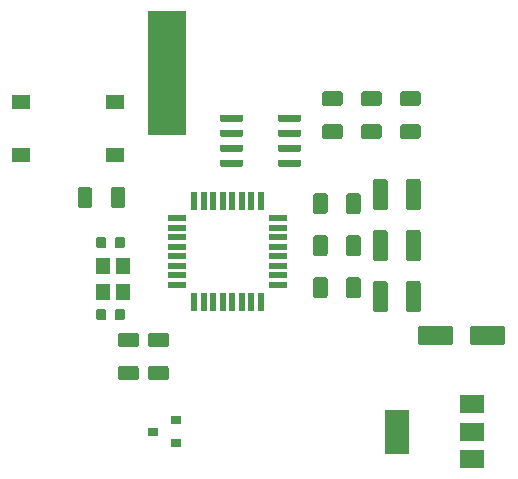
<source format=gbr>
G04 #@! TF.GenerationSoftware,KiCad,Pcbnew,5.1.5-1.fc30*
G04 #@! TF.CreationDate,2020-02-08T00:59:57+03:00*
G04 #@! TF.ProjectId,Tamagotchi-Atmega8,54616d61-676f-4746-9368-692d41746d65,rev?*
G04 #@! TF.SameCoordinates,Original*
G04 #@! TF.FileFunction,Paste,Top*
G04 #@! TF.FilePolarity,Positive*
%FSLAX46Y46*%
G04 Gerber Fmt 4.6, Leading zero omitted, Abs format (unit mm)*
G04 Created by KiCad (PCBNEW 5.1.5-1.fc30) date 2020-02-08 00:59:57*
%MOMM*%
%LPD*%
G04 APERTURE LIST*
%ADD10R,1.550000X1.300000*%
%ADD11R,3.200000X10.500000*%
%ADD12R,1.200000X1.400000*%
%ADD13C,0.100000*%
%ADD14R,0.550000X1.600000*%
%ADD15R,1.600000X0.550000*%
%ADD16R,2.000000X1.500000*%
%ADD17R,2.000000X3.800000*%
%ADD18R,0.900000X0.800000*%
G04 APERTURE END LIST*
D10*
X109817000Y-73188000D03*
X117767000Y-73188000D03*
X109817000Y-77688000D03*
X117767000Y-77688000D03*
D11*
X122174000Y-70752000D03*
D12*
X116752000Y-89238000D03*
X116752000Y-87038000D03*
X118452000Y-87038000D03*
X118452000Y-89238000D03*
D13*
G36*
X133362703Y-74249722D02*
G01*
X133377264Y-74251882D01*
X133391543Y-74255459D01*
X133405403Y-74260418D01*
X133418710Y-74266712D01*
X133431336Y-74274280D01*
X133443159Y-74283048D01*
X133454066Y-74292934D01*
X133463952Y-74303841D01*
X133472720Y-74315664D01*
X133480288Y-74328290D01*
X133486582Y-74341597D01*
X133491541Y-74355457D01*
X133495118Y-74369736D01*
X133497278Y-74384297D01*
X133498000Y-74399000D01*
X133498000Y-74699000D01*
X133497278Y-74713703D01*
X133495118Y-74728264D01*
X133491541Y-74742543D01*
X133486582Y-74756403D01*
X133480288Y-74769710D01*
X133472720Y-74782336D01*
X133463952Y-74794159D01*
X133454066Y-74805066D01*
X133443159Y-74814952D01*
X133431336Y-74823720D01*
X133418710Y-74831288D01*
X133405403Y-74837582D01*
X133391543Y-74842541D01*
X133377264Y-74846118D01*
X133362703Y-74848278D01*
X133348000Y-74849000D01*
X131698000Y-74849000D01*
X131683297Y-74848278D01*
X131668736Y-74846118D01*
X131654457Y-74842541D01*
X131640597Y-74837582D01*
X131627290Y-74831288D01*
X131614664Y-74823720D01*
X131602841Y-74814952D01*
X131591934Y-74805066D01*
X131582048Y-74794159D01*
X131573280Y-74782336D01*
X131565712Y-74769710D01*
X131559418Y-74756403D01*
X131554459Y-74742543D01*
X131550882Y-74728264D01*
X131548722Y-74713703D01*
X131548000Y-74699000D01*
X131548000Y-74399000D01*
X131548722Y-74384297D01*
X131550882Y-74369736D01*
X131554459Y-74355457D01*
X131559418Y-74341597D01*
X131565712Y-74328290D01*
X131573280Y-74315664D01*
X131582048Y-74303841D01*
X131591934Y-74292934D01*
X131602841Y-74283048D01*
X131614664Y-74274280D01*
X131627290Y-74266712D01*
X131640597Y-74260418D01*
X131654457Y-74255459D01*
X131668736Y-74251882D01*
X131683297Y-74249722D01*
X131698000Y-74249000D01*
X133348000Y-74249000D01*
X133362703Y-74249722D01*
G37*
G36*
X133362703Y-75519722D02*
G01*
X133377264Y-75521882D01*
X133391543Y-75525459D01*
X133405403Y-75530418D01*
X133418710Y-75536712D01*
X133431336Y-75544280D01*
X133443159Y-75553048D01*
X133454066Y-75562934D01*
X133463952Y-75573841D01*
X133472720Y-75585664D01*
X133480288Y-75598290D01*
X133486582Y-75611597D01*
X133491541Y-75625457D01*
X133495118Y-75639736D01*
X133497278Y-75654297D01*
X133498000Y-75669000D01*
X133498000Y-75969000D01*
X133497278Y-75983703D01*
X133495118Y-75998264D01*
X133491541Y-76012543D01*
X133486582Y-76026403D01*
X133480288Y-76039710D01*
X133472720Y-76052336D01*
X133463952Y-76064159D01*
X133454066Y-76075066D01*
X133443159Y-76084952D01*
X133431336Y-76093720D01*
X133418710Y-76101288D01*
X133405403Y-76107582D01*
X133391543Y-76112541D01*
X133377264Y-76116118D01*
X133362703Y-76118278D01*
X133348000Y-76119000D01*
X131698000Y-76119000D01*
X131683297Y-76118278D01*
X131668736Y-76116118D01*
X131654457Y-76112541D01*
X131640597Y-76107582D01*
X131627290Y-76101288D01*
X131614664Y-76093720D01*
X131602841Y-76084952D01*
X131591934Y-76075066D01*
X131582048Y-76064159D01*
X131573280Y-76052336D01*
X131565712Y-76039710D01*
X131559418Y-76026403D01*
X131554459Y-76012543D01*
X131550882Y-75998264D01*
X131548722Y-75983703D01*
X131548000Y-75969000D01*
X131548000Y-75669000D01*
X131548722Y-75654297D01*
X131550882Y-75639736D01*
X131554459Y-75625457D01*
X131559418Y-75611597D01*
X131565712Y-75598290D01*
X131573280Y-75585664D01*
X131582048Y-75573841D01*
X131591934Y-75562934D01*
X131602841Y-75553048D01*
X131614664Y-75544280D01*
X131627290Y-75536712D01*
X131640597Y-75530418D01*
X131654457Y-75525459D01*
X131668736Y-75521882D01*
X131683297Y-75519722D01*
X131698000Y-75519000D01*
X133348000Y-75519000D01*
X133362703Y-75519722D01*
G37*
G36*
X133362703Y-76789722D02*
G01*
X133377264Y-76791882D01*
X133391543Y-76795459D01*
X133405403Y-76800418D01*
X133418710Y-76806712D01*
X133431336Y-76814280D01*
X133443159Y-76823048D01*
X133454066Y-76832934D01*
X133463952Y-76843841D01*
X133472720Y-76855664D01*
X133480288Y-76868290D01*
X133486582Y-76881597D01*
X133491541Y-76895457D01*
X133495118Y-76909736D01*
X133497278Y-76924297D01*
X133498000Y-76939000D01*
X133498000Y-77239000D01*
X133497278Y-77253703D01*
X133495118Y-77268264D01*
X133491541Y-77282543D01*
X133486582Y-77296403D01*
X133480288Y-77309710D01*
X133472720Y-77322336D01*
X133463952Y-77334159D01*
X133454066Y-77345066D01*
X133443159Y-77354952D01*
X133431336Y-77363720D01*
X133418710Y-77371288D01*
X133405403Y-77377582D01*
X133391543Y-77382541D01*
X133377264Y-77386118D01*
X133362703Y-77388278D01*
X133348000Y-77389000D01*
X131698000Y-77389000D01*
X131683297Y-77388278D01*
X131668736Y-77386118D01*
X131654457Y-77382541D01*
X131640597Y-77377582D01*
X131627290Y-77371288D01*
X131614664Y-77363720D01*
X131602841Y-77354952D01*
X131591934Y-77345066D01*
X131582048Y-77334159D01*
X131573280Y-77322336D01*
X131565712Y-77309710D01*
X131559418Y-77296403D01*
X131554459Y-77282543D01*
X131550882Y-77268264D01*
X131548722Y-77253703D01*
X131548000Y-77239000D01*
X131548000Y-76939000D01*
X131548722Y-76924297D01*
X131550882Y-76909736D01*
X131554459Y-76895457D01*
X131559418Y-76881597D01*
X131565712Y-76868290D01*
X131573280Y-76855664D01*
X131582048Y-76843841D01*
X131591934Y-76832934D01*
X131602841Y-76823048D01*
X131614664Y-76814280D01*
X131627290Y-76806712D01*
X131640597Y-76800418D01*
X131654457Y-76795459D01*
X131668736Y-76791882D01*
X131683297Y-76789722D01*
X131698000Y-76789000D01*
X133348000Y-76789000D01*
X133362703Y-76789722D01*
G37*
G36*
X133362703Y-78059722D02*
G01*
X133377264Y-78061882D01*
X133391543Y-78065459D01*
X133405403Y-78070418D01*
X133418710Y-78076712D01*
X133431336Y-78084280D01*
X133443159Y-78093048D01*
X133454066Y-78102934D01*
X133463952Y-78113841D01*
X133472720Y-78125664D01*
X133480288Y-78138290D01*
X133486582Y-78151597D01*
X133491541Y-78165457D01*
X133495118Y-78179736D01*
X133497278Y-78194297D01*
X133498000Y-78209000D01*
X133498000Y-78509000D01*
X133497278Y-78523703D01*
X133495118Y-78538264D01*
X133491541Y-78552543D01*
X133486582Y-78566403D01*
X133480288Y-78579710D01*
X133472720Y-78592336D01*
X133463952Y-78604159D01*
X133454066Y-78615066D01*
X133443159Y-78624952D01*
X133431336Y-78633720D01*
X133418710Y-78641288D01*
X133405403Y-78647582D01*
X133391543Y-78652541D01*
X133377264Y-78656118D01*
X133362703Y-78658278D01*
X133348000Y-78659000D01*
X131698000Y-78659000D01*
X131683297Y-78658278D01*
X131668736Y-78656118D01*
X131654457Y-78652541D01*
X131640597Y-78647582D01*
X131627290Y-78641288D01*
X131614664Y-78633720D01*
X131602841Y-78624952D01*
X131591934Y-78615066D01*
X131582048Y-78604159D01*
X131573280Y-78592336D01*
X131565712Y-78579710D01*
X131559418Y-78566403D01*
X131554459Y-78552543D01*
X131550882Y-78538264D01*
X131548722Y-78523703D01*
X131548000Y-78509000D01*
X131548000Y-78209000D01*
X131548722Y-78194297D01*
X131550882Y-78179736D01*
X131554459Y-78165457D01*
X131559418Y-78151597D01*
X131565712Y-78138290D01*
X131573280Y-78125664D01*
X131582048Y-78113841D01*
X131591934Y-78102934D01*
X131602841Y-78093048D01*
X131614664Y-78084280D01*
X131627290Y-78076712D01*
X131640597Y-78070418D01*
X131654457Y-78065459D01*
X131668736Y-78061882D01*
X131683297Y-78059722D01*
X131698000Y-78059000D01*
X133348000Y-78059000D01*
X133362703Y-78059722D01*
G37*
G36*
X128412703Y-78059722D02*
G01*
X128427264Y-78061882D01*
X128441543Y-78065459D01*
X128455403Y-78070418D01*
X128468710Y-78076712D01*
X128481336Y-78084280D01*
X128493159Y-78093048D01*
X128504066Y-78102934D01*
X128513952Y-78113841D01*
X128522720Y-78125664D01*
X128530288Y-78138290D01*
X128536582Y-78151597D01*
X128541541Y-78165457D01*
X128545118Y-78179736D01*
X128547278Y-78194297D01*
X128548000Y-78209000D01*
X128548000Y-78509000D01*
X128547278Y-78523703D01*
X128545118Y-78538264D01*
X128541541Y-78552543D01*
X128536582Y-78566403D01*
X128530288Y-78579710D01*
X128522720Y-78592336D01*
X128513952Y-78604159D01*
X128504066Y-78615066D01*
X128493159Y-78624952D01*
X128481336Y-78633720D01*
X128468710Y-78641288D01*
X128455403Y-78647582D01*
X128441543Y-78652541D01*
X128427264Y-78656118D01*
X128412703Y-78658278D01*
X128398000Y-78659000D01*
X126748000Y-78659000D01*
X126733297Y-78658278D01*
X126718736Y-78656118D01*
X126704457Y-78652541D01*
X126690597Y-78647582D01*
X126677290Y-78641288D01*
X126664664Y-78633720D01*
X126652841Y-78624952D01*
X126641934Y-78615066D01*
X126632048Y-78604159D01*
X126623280Y-78592336D01*
X126615712Y-78579710D01*
X126609418Y-78566403D01*
X126604459Y-78552543D01*
X126600882Y-78538264D01*
X126598722Y-78523703D01*
X126598000Y-78509000D01*
X126598000Y-78209000D01*
X126598722Y-78194297D01*
X126600882Y-78179736D01*
X126604459Y-78165457D01*
X126609418Y-78151597D01*
X126615712Y-78138290D01*
X126623280Y-78125664D01*
X126632048Y-78113841D01*
X126641934Y-78102934D01*
X126652841Y-78093048D01*
X126664664Y-78084280D01*
X126677290Y-78076712D01*
X126690597Y-78070418D01*
X126704457Y-78065459D01*
X126718736Y-78061882D01*
X126733297Y-78059722D01*
X126748000Y-78059000D01*
X128398000Y-78059000D01*
X128412703Y-78059722D01*
G37*
G36*
X128412703Y-76789722D02*
G01*
X128427264Y-76791882D01*
X128441543Y-76795459D01*
X128455403Y-76800418D01*
X128468710Y-76806712D01*
X128481336Y-76814280D01*
X128493159Y-76823048D01*
X128504066Y-76832934D01*
X128513952Y-76843841D01*
X128522720Y-76855664D01*
X128530288Y-76868290D01*
X128536582Y-76881597D01*
X128541541Y-76895457D01*
X128545118Y-76909736D01*
X128547278Y-76924297D01*
X128548000Y-76939000D01*
X128548000Y-77239000D01*
X128547278Y-77253703D01*
X128545118Y-77268264D01*
X128541541Y-77282543D01*
X128536582Y-77296403D01*
X128530288Y-77309710D01*
X128522720Y-77322336D01*
X128513952Y-77334159D01*
X128504066Y-77345066D01*
X128493159Y-77354952D01*
X128481336Y-77363720D01*
X128468710Y-77371288D01*
X128455403Y-77377582D01*
X128441543Y-77382541D01*
X128427264Y-77386118D01*
X128412703Y-77388278D01*
X128398000Y-77389000D01*
X126748000Y-77389000D01*
X126733297Y-77388278D01*
X126718736Y-77386118D01*
X126704457Y-77382541D01*
X126690597Y-77377582D01*
X126677290Y-77371288D01*
X126664664Y-77363720D01*
X126652841Y-77354952D01*
X126641934Y-77345066D01*
X126632048Y-77334159D01*
X126623280Y-77322336D01*
X126615712Y-77309710D01*
X126609418Y-77296403D01*
X126604459Y-77282543D01*
X126600882Y-77268264D01*
X126598722Y-77253703D01*
X126598000Y-77239000D01*
X126598000Y-76939000D01*
X126598722Y-76924297D01*
X126600882Y-76909736D01*
X126604459Y-76895457D01*
X126609418Y-76881597D01*
X126615712Y-76868290D01*
X126623280Y-76855664D01*
X126632048Y-76843841D01*
X126641934Y-76832934D01*
X126652841Y-76823048D01*
X126664664Y-76814280D01*
X126677290Y-76806712D01*
X126690597Y-76800418D01*
X126704457Y-76795459D01*
X126718736Y-76791882D01*
X126733297Y-76789722D01*
X126748000Y-76789000D01*
X128398000Y-76789000D01*
X128412703Y-76789722D01*
G37*
G36*
X128412703Y-75519722D02*
G01*
X128427264Y-75521882D01*
X128441543Y-75525459D01*
X128455403Y-75530418D01*
X128468710Y-75536712D01*
X128481336Y-75544280D01*
X128493159Y-75553048D01*
X128504066Y-75562934D01*
X128513952Y-75573841D01*
X128522720Y-75585664D01*
X128530288Y-75598290D01*
X128536582Y-75611597D01*
X128541541Y-75625457D01*
X128545118Y-75639736D01*
X128547278Y-75654297D01*
X128548000Y-75669000D01*
X128548000Y-75969000D01*
X128547278Y-75983703D01*
X128545118Y-75998264D01*
X128541541Y-76012543D01*
X128536582Y-76026403D01*
X128530288Y-76039710D01*
X128522720Y-76052336D01*
X128513952Y-76064159D01*
X128504066Y-76075066D01*
X128493159Y-76084952D01*
X128481336Y-76093720D01*
X128468710Y-76101288D01*
X128455403Y-76107582D01*
X128441543Y-76112541D01*
X128427264Y-76116118D01*
X128412703Y-76118278D01*
X128398000Y-76119000D01*
X126748000Y-76119000D01*
X126733297Y-76118278D01*
X126718736Y-76116118D01*
X126704457Y-76112541D01*
X126690597Y-76107582D01*
X126677290Y-76101288D01*
X126664664Y-76093720D01*
X126652841Y-76084952D01*
X126641934Y-76075066D01*
X126632048Y-76064159D01*
X126623280Y-76052336D01*
X126615712Y-76039710D01*
X126609418Y-76026403D01*
X126604459Y-76012543D01*
X126600882Y-75998264D01*
X126598722Y-75983703D01*
X126598000Y-75969000D01*
X126598000Y-75669000D01*
X126598722Y-75654297D01*
X126600882Y-75639736D01*
X126604459Y-75625457D01*
X126609418Y-75611597D01*
X126615712Y-75598290D01*
X126623280Y-75585664D01*
X126632048Y-75573841D01*
X126641934Y-75562934D01*
X126652841Y-75553048D01*
X126664664Y-75544280D01*
X126677290Y-75536712D01*
X126690597Y-75530418D01*
X126704457Y-75525459D01*
X126718736Y-75521882D01*
X126733297Y-75519722D01*
X126748000Y-75519000D01*
X128398000Y-75519000D01*
X128412703Y-75519722D01*
G37*
G36*
X128412703Y-74249722D02*
G01*
X128427264Y-74251882D01*
X128441543Y-74255459D01*
X128455403Y-74260418D01*
X128468710Y-74266712D01*
X128481336Y-74274280D01*
X128493159Y-74283048D01*
X128504066Y-74292934D01*
X128513952Y-74303841D01*
X128522720Y-74315664D01*
X128530288Y-74328290D01*
X128536582Y-74341597D01*
X128541541Y-74355457D01*
X128545118Y-74369736D01*
X128547278Y-74384297D01*
X128548000Y-74399000D01*
X128548000Y-74699000D01*
X128547278Y-74713703D01*
X128545118Y-74728264D01*
X128541541Y-74742543D01*
X128536582Y-74756403D01*
X128530288Y-74769710D01*
X128522720Y-74782336D01*
X128513952Y-74794159D01*
X128504066Y-74805066D01*
X128493159Y-74814952D01*
X128481336Y-74823720D01*
X128468710Y-74831288D01*
X128455403Y-74837582D01*
X128441543Y-74842541D01*
X128427264Y-74846118D01*
X128412703Y-74848278D01*
X128398000Y-74849000D01*
X126748000Y-74849000D01*
X126733297Y-74848278D01*
X126718736Y-74846118D01*
X126704457Y-74842541D01*
X126690597Y-74837582D01*
X126677290Y-74831288D01*
X126664664Y-74823720D01*
X126652841Y-74814952D01*
X126641934Y-74805066D01*
X126632048Y-74794159D01*
X126623280Y-74782336D01*
X126615712Y-74769710D01*
X126609418Y-74756403D01*
X126604459Y-74742543D01*
X126600882Y-74728264D01*
X126598722Y-74713703D01*
X126598000Y-74699000D01*
X126598000Y-74399000D01*
X126598722Y-74384297D01*
X126600882Y-74369736D01*
X126604459Y-74355457D01*
X126609418Y-74341597D01*
X126615712Y-74328290D01*
X126623280Y-74315664D01*
X126632048Y-74303841D01*
X126641934Y-74292934D01*
X126652841Y-74283048D01*
X126664664Y-74274280D01*
X126677290Y-74266712D01*
X126690597Y-74260418D01*
X126704457Y-74255459D01*
X126718736Y-74251882D01*
X126733297Y-74249722D01*
X126748000Y-74249000D01*
X128398000Y-74249000D01*
X128412703Y-74249722D01*
G37*
D14*
X124454000Y-81602000D03*
X125254000Y-81602000D03*
X126054000Y-81602000D03*
X126854000Y-81602000D03*
X127654000Y-81602000D03*
X128454000Y-81602000D03*
X129254000Y-81602000D03*
X130054000Y-81602000D03*
D15*
X131504000Y-83052000D03*
X131504000Y-83852000D03*
X131504000Y-84652000D03*
X131504000Y-85452000D03*
X131504000Y-86252000D03*
X131504000Y-87052000D03*
X131504000Y-87852000D03*
X131504000Y-88652000D03*
D14*
X130054000Y-90102000D03*
X129254000Y-90102000D03*
X128454000Y-90102000D03*
X127654000Y-90102000D03*
X126854000Y-90102000D03*
X126054000Y-90102000D03*
X125254000Y-90102000D03*
X124454000Y-90102000D03*
D15*
X123004000Y-88652000D03*
X123004000Y-87852000D03*
X123004000Y-87052000D03*
X123004000Y-86252000D03*
X123004000Y-85452000D03*
X123004000Y-84652000D03*
X123004000Y-83852000D03*
X123004000Y-83052000D03*
D16*
X147930000Y-103392000D03*
X147930000Y-98792000D03*
X147930000Y-101092000D03*
D17*
X141630000Y-101092000D03*
D13*
G36*
X136793504Y-75074204D02*
G01*
X136817773Y-75077804D01*
X136841571Y-75083765D01*
X136864671Y-75092030D01*
X136886849Y-75102520D01*
X136907893Y-75115133D01*
X136927598Y-75129747D01*
X136945777Y-75146223D01*
X136962253Y-75164402D01*
X136976867Y-75184107D01*
X136989480Y-75205151D01*
X136999970Y-75227329D01*
X137008235Y-75250429D01*
X137014196Y-75274227D01*
X137017796Y-75298496D01*
X137019000Y-75323000D01*
X137019000Y-76073000D01*
X137017796Y-76097504D01*
X137014196Y-76121773D01*
X137008235Y-76145571D01*
X136999970Y-76168671D01*
X136989480Y-76190849D01*
X136976867Y-76211893D01*
X136962253Y-76231598D01*
X136945777Y-76249777D01*
X136927598Y-76266253D01*
X136907893Y-76280867D01*
X136886849Y-76293480D01*
X136864671Y-76303970D01*
X136841571Y-76312235D01*
X136817773Y-76318196D01*
X136793504Y-76321796D01*
X136769000Y-76323000D01*
X135519000Y-76323000D01*
X135494496Y-76321796D01*
X135470227Y-76318196D01*
X135446429Y-76312235D01*
X135423329Y-76303970D01*
X135401151Y-76293480D01*
X135380107Y-76280867D01*
X135360402Y-76266253D01*
X135342223Y-76249777D01*
X135325747Y-76231598D01*
X135311133Y-76211893D01*
X135298520Y-76190849D01*
X135288030Y-76168671D01*
X135279765Y-76145571D01*
X135273804Y-76121773D01*
X135270204Y-76097504D01*
X135269000Y-76073000D01*
X135269000Y-75323000D01*
X135270204Y-75298496D01*
X135273804Y-75274227D01*
X135279765Y-75250429D01*
X135288030Y-75227329D01*
X135298520Y-75205151D01*
X135311133Y-75184107D01*
X135325747Y-75164402D01*
X135342223Y-75146223D01*
X135360402Y-75129747D01*
X135380107Y-75115133D01*
X135401151Y-75102520D01*
X135423329Y-75092030D01*
X135446429Y-75083765D01*
X135470227Y-75077804D01*
X135494496Y-75074204D01*
X135519000Y-75073000D01*
X136769000Y-75073000D01*
X136793504Y-75074204D01*
G37*
G36*
X136793504Y-72274204D02*
G01*
X136817773Y-72277804D01*
X136841571Y-72283765D01*
X136864671Y-72292030D01*
X136886849Y-72302520D01*
X136907893Y-72315133D01*
X136927598Y-72329747D01*
X136945777Y-72346223D01*
X136962253Y-72364402D01*
X136976867Y-72384107D01*
X136989480Y-72405151D01*
X136999970Y-72427329D01*
X137008235Y-72450429D01*
X137014196Y-72474227D01*
X137017796Y-72498496D01*
X137019000Y-72523000D01*
X137019000Y-73273000D01*
X137017796Y-73297504D01*
X137014196Y-73321773D01*
X137008235Y-73345571D01*
X136999970Y-73368671D01*
X136989480Y-73390849D01*
X136976867Y-73411893D01*
X136962253Y-73431598D01*
X136945777Y-73449777D01*
X136927598Y-73466253D01*
X136907893Y-73480867D01*
X136886849Y-73493480D01*
X136864671Y-73503970D01*
X136841571Y-73512235D01*
X136817773Y-73518196D01*
X136793504Y-73521796D01*
X136769000Y-73523000D01*
X135519000Y-73523000D01*
X135494496Y-73521796D01*
X135470227Y-73518196D01*
X135446429Y-73512235D01*
X135423329Y-73503970D01*
X135401151Y-73493480D01*
X135380107Y-73480867D01*
X135360402Y-73466253D01*
X135342223Y-73449777D01*
X135325747Y-73431598D01*
X135311133Y-73411893D01*
X135298520Y-73390849D01*
X135288030Y-73368671D01*
X135279765Y-73345571D01*
X135273804Y-73321773D01*
X135270204Y-73297504D01*
X135269000Y-73273000D01*
X135269000Y-72523000D01*
X135270204Y-72498496D01*
X135273804Y-72474227D01*
X135279765Y-72450429D01*
X135288030Y-72427329D01*
X135298520Y-72405151D01*
X135311133Y-72384107D01*
X135325747Y-72364402D01*
X135342223Y-72346223D01*
X135360402Y-72329747D01*
X135380107Y-72315133D01*
X135401151Y-72302520D01*
X135423329Y-72292030D01*
X135446429Y-72283765D01*
X135470227Y-72277804D01*
X135494496Y-72274204D01*
X135519000Y-72273000D01*
X136769000Y-72273000D01*
X136793504Y-72274204D01*
G37*
G36*
X138321504Y-80914204D02*
G01*
X138345773Y-80917804D01*
X138369571Y-80923765D01*
X138392671Y-80932030D01*
X138414849Y-80942520D01*
X138435893Y-80955133D01*
X138455598Y-80969747D01*
X138473777Y-80986223D01*
X138490253Y-81004402D01*
X138504867Y-81024107D01*
X138517480Y-81045151D01*
X138527970Y-81067329D01*
X138536235Y-81090429D01*
X138542196Y-81114227D01*
X138545796Y-81138496D01*
X138547000Y-81163000D01*
X138547000Y-82413000D01*
X138545796Y-82437504D01*
X138542196Y-82461773D01*
X138536235Y-82485571D01*
X138527970Y-82508671D01*
X138517480Y-82530849D01*
X138504867Y-82551893D01*
X138490253Y-82571598D01*
X138473777Y-82589777D01*
X138455598Y-82606253D01*
X138435893Y-82620867D01*
X138414849Y-82633480D01*
X138392671Y-82643970D01*
X138369571Y-82652235D01*
X138345773Y-82658196D01*
X138321504Y-82661796D01*
X138297000Y-82663000D01*
X137547000Y-82663000D01*
X137522496Y-82661796D01*
X137498227Y-82658196D01*
X137474429Y-82652235D01*
X137451329Y-82643970D01*
X137429151Y-82633480D01*
X137408107Y-82620867D01*
X137388402Y-82606253D01*
X137370223Y-82589777D01*
X137353747Y-82571598D01*
X137339133Y-82551893D01*
X137326520Y-82530849D01*
X137316030Y-82508671D01*
X137307765Y-82485571D01*
X137301804Y-82461773D01*
X137298204Y-82437504D01*
X137297000Y-82413000D01*
X137297000Y-81163000D01*
X137298204Y-81138496D01*
X137301804Y-81114227D01*
X137307765Y-81090429D01*
X137316030Y-81067329D01*
X137326520Y-81045151D01*
X137339133Y-81024107D01*
X137353747Y-81004402D01*
X137370223Y-80986223D01*
X137388402Y-80969747D01*
X137408107Y-80955133D01*
X137429151Y-80942520D01*
X137451329Y-80932030D01*
X137474429Y-80923765D01*
X137498227Y-80917804D01*
X137522496Y-80914204D01*
X137547000Y-80913000D01*
X138297000Y-80913000D01*
X138321504Y-80914204D01*
G37*
G36*
X135521504Y-80914204D02*
G01*
X135545773Y-80917804D01*
X135569571Y-80923765D01*
X135592671Y-80932030D01*
X135614849Y-80942520D01*
X135635893Y-80955133D01*
X135655598Y-80969747D01*
X135673777Y-80986223D01*
X135690253Y-81004402D01*
X135704867Y-81024107D01*
X135717480Y-81045151D01*
X135727970Y-81067329D01*
X135736235Y-81090429D01*
X135742196Y-81114227D01*
X135745796Y-81138496D01*
X135747000Y-81163000D01*
X135747000Y-82413000D01*
X135745796Y-82437504D01*
X135742196Y-82461773D01*
X135736235Y-82485571D01*
X135727970Y-82508671D01*
X135717480Y-82530849D01*
X135704867Y-82551893D01*
X135690253Y-82571598D01*
X135673777Y-82589777D01*
X135655598Y-82606253D01*
X135635893Y-82620867D01*
X135614849Y-82633480D01*
X135592671Y-82643970D01*
X135569571Y-82652235D01*
X135545773Y-82658196D01*
X135521504Y-82661796D01*
X135497000Y-82663000D01*
X134747000Y-82663000D01*
X134722496Y-82661796D01*
X134698227Y-82658196D01*
X134674429Y-82652235D01*
X134651329Y-82643970D01*
X134629151Y-82633480D01*
X134608107Y-82620867D01*
X134588402Y-82606253D01*
X134570223Y-82589777D01*
X134553747Y-82571598D01*
X134539133Y-82551893D01*
X134526520Y-82530849D01*
X134516030Y-82508671D01*
X134507765Y-82485571D01*
X134501804Y-82461773D01*
X134498204Y-82437504D01*
X134497000Y-82413000D01*
X134497000Y-81163000D01*
X134498204Y-81138496D01*
X134501804Y-81114227D01*
X134507765Y-81090429D01*
X134516030Y-81067329D01*
X134526520Y-81045151D01*
X134539133Y-81024107D01*
X134553747Y-81004402D01*
X134570223Y-80986223D01*
X134588402Y-80969747D01*
X134608107Y-80955133D01*
X134629151Y-80942520D01*
X134651329Y-80932030D01*
X134674429Y-80923765D01*
X134698227Y-80917804D01*
X134722496Y-80914204D01*
X134747000Y-80913000D01*
X135497000Y-80913000D01*
X135521504Y-80914204D01*
G37*
G36*
X138327504Y-84470204D02*
G01*
X138351773Y-84473804D01*
X138375571Y-84479765D01*
X138398671Y-84488030D01*
X138420849Y-84498520D01*
X138441893Y-84511133D01*
X138461598Y-84525747D01*
X138479777Y-84542223D01*
X138496253Y-84560402D01*
X138510867Y-84580107D01*
X138523480Y-84601151D01*
X138533970Y-84623329D01*
X138542235Y-84646429D01*
X138548196Y-84670227D01*
X138551796Y-84694496D01*
X138553000Y-84719000D01*
X138553000Y-85969000D01*
X138551796Y-85993504D01*
X138548196Y-86017773D01*
X138542235Y-86041571D01*
X138533970Y-86064671D01*
X138523480Y-86086849D01*
X138510867Y-86107893D01*
X138496253Y-86127598D01*
X138479777Y-86145777D01*
X138461598Y-86162253D01*
X138441893Y-86176867D01*
X138420849Y-86189480D01*
X138398671Y-86199970D01*
X138375571Y-86208235D01*
X138351773Y-86214196D01*
X138327504Y-86217796D01*
X138303000Y-86219000D01*
X137553000Y-86219000D01*
X137528496Y-86217796D01*
X137504227Y-86214196D01*
X137480429Y-86208235D01*
X137457329Y-86199970D01*
X137435151Y-86189480D01*
X137414107Y-86176867D01*
X137394402Y-86162253D01*
X137376223Y-86145777D01*
X137359747Y-86127598D01*
X137345133Y-86107893D01*
X137332520Y-86086849D01*
X137322030Y-86064671D01*
X137313765Y-86041571D01*
X137307804Y-86017773D01*
X137304204Y-85993504D01*
X137303000Y-85969000D01*
X137303000Y-84719000D01*
X137304204Y-84694496D01*
X137307804Y-84670227D01*
X137313765Y-84646429D01*
X137322030Y-84623329D01*
X137332520Y-84601151D01*
X137345133Y-84580107D01*
X137359747Y-84560402D01*
X137376223Y-84542223D01*
X137394402Y-84525747D01*
X137414107Y-84511133D01*
X137435151Y-84498520D01*
X137457329Y-84488030D01*
X137480429Y-84479765D01*
X137504227Y-84473804D01*
X137528496Y-84470204D01*
X137553000Y-84469000D01*
X138303000Y-84469000D01*
X138327504Y-84470204D01*
G37*
G36*
X135527504Y-84470204D02*
G01*
X135551773Y-84473804D01*
X135575571Y-84479765D01*
X135598671Y-84488030D01*
X135620849Y-84498520D01*
X135641893Y-84511133D01*
X135661598Y-84525747D01*
X135679777Y-84542223D01*
X135696253Y-84560402D01*
X135710867Y-84580107D01*
X135723480Y-84601151D01*
X135733970Y-84623329D01*
X135742235Y-84646429D01*
X135748196Y-84670227D01*
X135751796Y-84694496D01*
X135753000Y-84719000D01*
X135753000Y-85969000D01*
X135751796Y-85993504D01*
X135748196Y-86017773D01*
X135742235Y-86041571D01*
X135733970Y-86064671D01*
X135723480Y-86086849D01*
X135710867Y-86107893D01*
X135696253Y-86127598D01*
X135679777Y-86145777D01*
X135661598Y-86162253D01*
X135641893Y-86176867D01*
X135620849Y-86189480D01*
X135598671Y-86199970D01*
X135575571Y-86208235D01*
X135551773Y-86214196D01*
X135527504Y-86217796D01*
X135503000Y-86219000D01*
X134753000Y-86219000D01*
X134728496Y-86217796D01*
X134704227Y-86214196D01*
X134680429Y-86208235D01*
X134657329Y-86199970D01*
X134635151Y-86189480D01*
X134614107Y-86176867D01*
X134594402Y-86162253D01*
X134576223Y-86145777D01*
X134559747Y-86127598D01*
X134545133Y-86107893D01*
X134532520Y-86086849D01*
X134522030Y-86064671D01*
X134513765Y-86041571D01*
X134507804Y-86017773D01*
X134504204Y-85993504D01*
X134503000Y-85969000D01*
X134503000Y-84719000D01*
X134504204Y-84694496D01*
X134507804Y-84670227D01*
X134513765Y-84646429D01*
X134522030Y-84623329D01*
X134532520Y-84601151D01*
X134545133Y-84580107D01*
X134559747Y-84560402D01*
X134576223Y-84542223D01*
X134594402Y-84525747D01*
X134614107Y-84511133D01*
X134635151Y-84498520D01*
X134657329Y-84488030D01*
X134680429Y-84479765D01*
X134704227Y-84473804D01*
X134728496Y-84470204D01*
X134753000Y-84469000D01*
X135503000Y-84469000D01*
X135527504Y-84470204D01*
G37*
G36*
X138327504Y-88026204D02*
G01*
X138351773Y-88029804D01*
X138375571Y-88035765D01*
X138398671Y-88044030D01*
X138420849Y-88054520D01*
X138441893Y-88067133D01*
X138461598Y-88081747D01*
X138479777Y-88098223D01*
X138496253Y-88116402D01*
X138510867Y-88136107D01*
X138523480Y-88157151D01*
X138533970Y-88179329D01*
X138542235Y-88202429D01*
X138548196Y-88226227D01*
X138551796Y-88250496D01*
X138553000Y-88275000D01*
X138553000Y-89525000D01*
X138551796Y-89549504D01*
X138548196Y-89573773D01*
X138542235Y-89597571D01*
X138533970Y-89620671D01*
X138523480Y-89642849D01*
X138510867Y-89663893D01*
X138496253Y-89683598D01*
X138479777Y-89701777D01*
X138461598Y-89718253D01*
X138441893Y-89732867D01*
X138420849Y-89745480D01*
X138398671Y-89755970D01*
X138375571Y-89764235D01*
X138351773Y-89770196D01*
X138327504Y-89773796D01*
X138303000Y-89775000D01*
X137553000Y-89775000D01*
X137528496Y-89773796D01*
X137504227Y-89770196D01*
X137480429Y-89764235D01*
X137457329Y-89755970D01*
X137435151Y-89745480D01*
X137414107Y-89732867D01*
X137394402Y-89718253D01*
X137376223Y-89701777D01*
X137359747Y-89683598D01*
X137345133Y-89663893D01*
X137332520Y-89642849D01*
X137322030Y-89620671D01*
X137313765Y-89597571D01*
X137307804Y-89573773D01*
X137304204Y-89549504D01*
X137303000Y-89525000D01*
X137303000Y-88275000D01*
X137304204Y-88250496D01*
X137307804Y-88226227D01*
X137313765Y-88202429D01*
X137322030Y-88179329D01*
X137332520Y-88157151D01*
X137345133Y-88136107D01*
X137359747Y-88116402D01*
X137376223Y-88098223D01*
X137394402Y-88081747D01*
X137414107Y-88067133D01*
X137435151Y-88054520D01*
X137457329Y-88044030D01*
X137480429Y-88035765D01*
X137504227Y-88029804D01*
X137528496Y-88026204D01*
X137553000Y-88025000D01*
X138303000Y-88025000D01*
X138327504Y-88026204D01*
G37*
G36*
X135527504Y-88026204D02*
G01*
X135551773Y-88029804D01*
X135575571Y-88035765D01*
X135598671Y-88044030D01*
X135620849Y-88054520D01*
X135641893Y-88067133D01*
X135661598Y-88081747D01*
X135679777Y-88098223D01*
X135696253Y-88116402D01*
X135710867Y-88136107D01*
X135723480Y-88157151D01*
X135733970Y-88179329D01*
X135742235Y-88202429D01*
X135748196Y-88226227D01*
X135751796Y-88250496D01*
X135753000Y-88275000D01*
X135753000Y-89525000D01*
X135751796Y-89549504D01*
X135748196Y-89573773D01*
X135742235Y-89597571D01*
X135733970Y-89620671D01*
X135723480Y-89642849D01*
X135710867Y-89663893D01*
X135696253Y-89683598D01*
X135679777Y-89701777D01*
X135661598Y-89718253D01*
X135641893Y-89732867D01*
X135620849Y-89745480D01*
X135598671Y-89755970D01*
X135575571Y-89764235D01*
X135551773Y-89770196D01*
X135527504Y-89773796D01*
X135503000Y-89775000D01*
X134753000Y-89775000D01*
X134728496Y-89773796D01*
X134704227Y-89770196D01*
X134680429Y-89764235D01*
X134657329Y-89755970D01*
X134635151Y-89745480D01*
X134614107Y-89732867D01*
X134594402Y-89718253D01*
X134576223Y-89701777D01*
X134559747Y-89683598D01*
X134545133Y-89663893D01*
X134532520Y-89642849D01*
X134522030Y-89620671D01*
X134513765Y-89597571D01*
X134507804Y-89573773D01*
X134504204Y-89549504D01*
X134503000Y-89525000D01*
X134503000Y-88275000D01*
X134504204Y-88250496D01*
X134507804Y-88226227D01*
X134513765Y-88202429D01*
X134522030Y-88179329D01*
X134532520Y-88157151D01*
X134545133Y-88136107D01*
X134559747Y-88116402D01*
X134576223Y-88098223D01*
X134594402Y-88081747D01*
X134614107Y-88067133D01*
X134635151Y-88054520D01*
X134657329Y-88044030D01*
X134680429Y-88035765D01*
X134704227Y-88029804D01*
X134728496Y-88026204D01*
X134753000Y-88025000D01*
X135503000Y-88025000D01*
X135527504Y-88026204D01*
G37*
G36*
X143397504Y-75068204D02*
G01*
X143421773Y-75071804D01*
X143445571Y-75077765D01*
X143468671Y-75086030D01*
X143490849Y-75096520D01*
X143511893Y-75109133D01*
X143531598Y-75123747D01*
X143549777Y-75140223D01*
X143566253Y-75158402D01*
X143580867Y-75178107D01*
X143593480Y-75199151D01*
X143603970Y-75221329D01*
X143612235Y-75244429D01*
X143618196Y-75268227D01*
X143621796Y-75292496D01*
X143623000Y-75317000D01*
X143623000Y-76067000D01*
X143621796Y-76091504D01*
X143618196Y-76115773D01*
X143612235Y-76139571D01*
X143603970Y-76162671D01*
X143593480Y-76184849D01*
X143580867Y-76205893D01*
X143566253Y-76225598D01*
X143549777Y-76243777D01*
X143531598Y-76260253D01*
X143511893Y-76274867D01*
X143490849Y-76287480D01*
X143468671Y-76297970D01*
X143445571Y-76306235D01*
X143421773Y-76312196D01*
X143397504Y-76315796D01*
X143373000Y-76317000D01*
X142123000Y-76317000D01*
X142098496Y-76315796D01*
X142074227Y-76312196D01*
X142050429Y-76306235D01*
X142027329Y-76297970D01*
X142005151Y-76287480D01*
X141984107Y-76274867D01*
X141964402Y-76260253D01*
X141946223Y-76243777D01*
X141929747Y-76225598D01*
X141915133Y-76205893D01*
X141902520Y-76184849D01*
X141892030Y-76162671D01*
X141883765Y-76139571D01*
X141877804Y-76115773D01*
X141874204Y-76091504D01*
X141873000Y-76067000D01*
X141873000Y-75317000D01*
X141874204Y-75292496D01*
X141877804Y-75268227D01*
X141883765Y-75244429D01*
X141892030Y-75221329D01*
X141902520Y-75199151D01*
X141915133Y-75178107D01*
X141929747Y-75158402D01*
X141946223Y-75140223D01*
X141964402Y-75123747D01*
X141984107Y-75109133D01*
X142005151Y-75096520D01*
X142027329Y-75086030D01*
X142050429Y-75077765D01*
X142074227Y-75071804D01*
X142098496Y-75068204D01*
X142123000Y-75067000D01*
X143373000Y-75067000D01*
X143397504Y-75068204D01*
G37*
G36*
X143397504Y-72268204D02*
G01*
X143421773Y-72271804D01*
X143445571Y-72277765D01*
X143468671Y-72286030D01*
X143490849Y-72296520D01*
X143511893Y-72309133D01*
X143531598Y-72323747D01*
X143549777Y-72340223D01*
X143566253Y-72358402D01*
X143580867Y-72378107D01*
X143593480Y-72399151D01*
X143603970Y-72421329D01*
X143612235Y-72444429D01*
X143618196Y-72468227D01*
X143621796Y-72492496D01*
X143623000Y-72517000D01*
X143623000Y-73267000D01*
X143621796Y-73291504D01*
X143618196Y-73315773D01*
X143612235Y-73339571D01*
X143603970Y-73362671D01*
X143593480Y-73384849D01*
X143580867Y-73405893D01*
X143566253Y-73425598D01*
X143549777Y-73443777D01*
X143531598Y-73460253D01*
X143511893Y-73474867D01*
X143490849Y-73487480D01*
X143468671Y-73497970D01*
X143445571Y-73506235D01*
X143421773Y-73512196D01*
X143397504Y-73515796D01*
X143373000Y-73517000D01*
X142123000Y-73517000D01*
X142098496Y-73515796D01*
X142074227Y-73512196D01*
X142050429Y-73506235D01*
X142027329Y-73497970D01*
X142005151Y-73487480D01*
X141984107Y-73474867D01*
X141964402Y-73460253D01*
X141946223Y-73443777D01*
X141929747Y-73425598D01*
X141915133Y-73405893D01*
X141902520Y-73384849D01*
X141892030Y-73362671D01*
X141883765Y-73339571D01*
X141877804Y-73315773D01*
X141874204Y-73291504D01*
X141873000Y-73267000D01*
X141873000Y-72517000D01*
X141874204Y-72492496D01*
X141877804Y-72468227D01*
X141883765Y-72444429D01*
X141892030Y-72421329D01*
X141902520Y-72399151D01*
X141915133Y-72378107D01*
X141929747Y-72358402D01*
X141946223Y-72340223D01*
X141964402Y-72323747D01*
X141984107Y-72309133D01*
X142005151Y-72296520D01*
X142027329Y-72286030D01*
X142050429Y-72277765D01*
X142074227Y-72271804D01*
X142098496Y-72268204D01*
X142123000Y-72267000D01*
X143373000Y-72267000D01*
X143397504Y-72268204D01*
G37*
G36*
X140095504Y-75068204D02*
G01*
X140119773Y-75071804D01*
X140143571Y-75077765D01*
X140166671Y-75086030D01*
X140188849Y-75096520D01*
X140209893Y-75109133D01*
X140229598Y-75123747D01*
X140247777Y-75140223D01*
X140264253Y-75158402D01*
X140278867Y-75178107D01*
X140291480Y-75199151D01*
X140301970Y-75221329D01*
X140310235Y-75244429D01*
X140316196Y-75268227D01*
X140319796Y-75292496D01*
X140321000Y-75317000D01*
X140321000Y-76067000D01*
X140319796Y-76091504D01*
X140316196Y-76115773D01*
X140310235Y-76139571D01*
X140301970Y-76162671D01*
X140291480Y-76184849D01*
X140278867Y-76205893D01*
X140264253Y-76225598D01*
X140247777Y-76243777D01*
X140229598Y-76260253D01*
X140209893Y-76274867D01*
X140188849Y-76287480D01*
X140166671Y-76297970D01*
X140143571Y-76306235D01*
X140119773Y-76312196D01*
X140095504Y-76315796D01*
X140071000Y-76317000D01*
X138821000Y-76317000D01*
X138796496Y-76315796D01*
X138772227Y-76312196D01*
X138748429Y-76306235D01*
X138725329Y-76297970D01*
X138703151Y-76287480D01*
X138682107Y-76274867D01*
X138662402Y-76260253D01*
X138644223Y-76243777D01*
X138627747Y-76225598D01*
X138613133Y-76205893D01*
X138600520Y-76184849D01*
X138590030Y-76162671D01*
X138581765Y-76139571D01*
X138575804Y-76115773D01*
X138572204Y-76091504D01*
X138571000Y-76067000D01*
X138571000Y-75317000D01*
X138572204Y-75292496D01*
X138575804Y-75268227D01*
X138581765Y-75244429D01*
X138590030Y-75221329D01*
X138600520Y-75199151D01*
X138613133Y-75178107D01*
X138627747Y-75158402D01*
X138644223Y-75140223D01*
X138662402Y-75123747D01*
X138682107Y-75109133D01*
X138703151Y-75096520D01*
X138725329Y-75086030D01*
X138748429Y-75077765D01*
X138772227Y-75071804D01*
X138796496Y-75068204D01*
X138821000Y-75067000D01*
X140071000Y-75067000D01*
X140095504Y-75068204D01*
G37*
G36*
X140095504Y-72268204D02*
G01*
X140119773Y-72271804D01*
X140143571Y-72277765D01*
X140166671Y-72286030D01*
X140188849Y-72296520D01*
X140209893Y-72309133D01*
X140229598Y-72323747D01*
X140247777Y-72340223D01*
X140264253Y-72358402D01*
X140278867Y-72378107D01*
X140291480Y-72399151D01*
X140301970Y-72421329D01*
X140310235Y-72444429D01*
X140316196Y-72468227D01*
X140319796Y-72492496D01*
X140321000Y-72517000D01*
X140321000Y-73267000D01*
X140319796Y-73291504D01*
X140316196Y-73315773D01*
X140310235Y-73339571D01*
X140301970Y-73362671D01*
X140291480Y-73384849D01*
X140278867Y-73405893D01*
X140264253Y-73425598D01*
X140247777Y-73443777D01*
X140229598Y-73460253D01*
X140209893Y-73474867D01*
X140188849Y-73487480D01*
X140166671Y-73497970D01*
X140143571Y-73506235D01*
X140119773Y-73512196D01*
X140095504Y-73515796D01*
X140071000Y-73517000D01*
X138821000Y-73517000D01*
X138796496Y-73515796D01*
X138772227Y-73512196D01*
X138748429Y-73506235D01*
X138725329Y-73497970D01*
X138703151Y-73487480D01*
X138682107Y-73474867D01*
X138662402Y-73460253D01*
X138644223Y-73443777D01*
X138627747Y-73425598D01*
X138613133Y-73405893D01*
X138600520Y-73384849D01*
X138590030Y-73362671D01*
X138581765Y-73339571D01*
X138575804Y-73315773D01*
X138572204Y-73291504D01*
X138571000Y-73267000D01*
X138571000Y-72517000D01*
X138572204Y-72492496D01*
X138575804Y-72468227D01*
X138581765Y-72444429D01*
X138590030Y-72421329D01*
X138600520Y-72399151D01*
X138613133Y-72378107D01*
X138627747Y-72358402D01*
X138644223Y-72340223D01*
X138662402Y-72323747D01*
X138682107Y-72309133D01*
X138703151Y-72296520D01*
X138725329Y-72286030D01*
X138748429Y-72277765D01*
X138772227Y-72271804D01*
X138796496Y-72268204D01*
X138821000Y-72267000D01*
X140071000Y-72267000D01*
X140095504Y-72268204D01*
G37*
G36*
X115585504Y-80406204D02*
G01*
X115609773Y-80409804D01*
X115633571Y-80415765D01*
X115656671Y-80424030D01*
X115678849Y-80434520D01*
X115699893Y-80447133D01*
X115719598Y-80461747D01*
X115737777Y-80478223D01*
X115754253Y-80496402D01*
X115768867Y-80516107D01*
X115781480Y-80537151D01*
X115791970Y-80559329D01*
X115800235Y-80582429D01*
X115806196Y-80606227D01*
X115809796Y-80630496D01*
X115811000Y-80655000D01*
X115811000Y-81905000D01*
X115809796Y-81929504D01*
X115806196Y-81953773D01*
X115800235Y-81977571D01*
X115791970Y-82000671D01*
X115781480Y-82022849D01*
X115768867Y-82043893D01*
X115754253Y-82063598D01*
X115737777Y-82081777D01*
X115719598Y-82098253D01*
X115699893Y-82112867D01*
X115678849Y-82125480D01*
X115656671Y-82135970D01*
X115633571Y-82144235D01*
X115609773Y-82150196D01*
X115585504Y-82153796D01*
X115561000Y-82155000D01*
X114811000Y-82155000D01*
X114786496Y-82153796D01*
X114762227Y-82150196D01*
X114738429Y-82144235D01*
X114715329Y-82135970D01*
X114693151Y-82125480D01*
X114672107Y-82112867D01*
X114652402Y-82098253D01*
X114634223Y-82081777D01*
X114617747Y-82063598D01*
X114603133Y-82043893D01*
X114590520Y-82022849D01*
X114580030Y-82000671D01*
X114571765Y-81977571D01*
X114565804Y-81953773D01*
X114562204Y-81929504D01*
X114561000Y-81905000D01*
X114561000Y-80655000D01*
X114562204Y-80630496D01*
X114565804Y-80606227D01*
X114571765Y-80582429D01*
X114580030Y-80559329D01*
X114590520Y-80537151D01*
X114603133Y-80516107D01*
X114617747Y-80496402D01*
X114634223Y-80478223D01*
X114652402Y-80461747D01*
X114672107Y-80447133D01*
X114693151Y-80434520D01*
X114715329Y-80424030D01*
X114738429Y-80415765D01*
X114762227Y-80409804D01*
X114786496Y-80406204D01*
X114811000Y-80405000D01*
X115561000Y-80405000D01*
X115585504Y-80406204D01*
G37*
G36*
X118385504Y-80406204D02*
G01*
X118409773Y-80409804D01*
X118433571Y-80415765D01*
X118456671Y-80424030D01*
X118478849Y-80434520D01*
X118499893Y-80447133D01*
X118519598Y-80461747D01*
X118537777Y-80478223D01*
X118554253Y-80496402D01*
X118568867Y-80516107D01*
X118581480Y-80537151D01*
X118591970Y-80559329D01*
X118600235Y-80582429D01*
X118606196Y-80606227D01*
X118609796Y-80630496D01*
X118611000Y-80655000D01*
X118611000Y-81905000D01*
X118609796Y-81929504D01*
X118606196Y-81953773D01*
X118600235Y-81977571D01*
X118591970Y-82000671D01*
X118581480Y-82022849D01*
X118568867Y-82043893D01*
X118554253Y-82063598D01*
X118537777Y-82081777D01*
X118519598Y-82098253D01*
X118499893Y-82112867D01*
X118478849Y-82125480D01*
X118456671Y-82135970D01*
X118433571Y-82144235D01*
X118409773Y-82150196D01*
X118385504Y-82153796D01*
X118361000Y-82155000D01*
X117611000Y-82155000D01*
X117586496Y-82153796D01*
X117562227Y-82150196D01*
X117538429Y-82144235D01*
X117515329Y-82135970D01*
X117493151Y-82125480D01*
X117472107Y-82112867D01*
X117452402Y-82098253D01*
X117434223Y-82081777D01*
X117417747Y-82063598D01*
X117403133Y-82043893D01*
X117390520Y-82022849D01*
X117380030Y-82000671D01*
X117371765Y-81977571D01*
X117365804Y-81953773D01*
X117362204Y-81929504D01*
X117361000Y-81905000D01*
X117361000Y-80655000D01*
X117362204Y-80630496D01*
X117365804Y-80606227D01*
X117371765Y-80582429D01*
X117380030Y-80559329D01*
X117390520Y-80537151D01*
X117403133Y-80516107D01*
X117417747Y-80496402D01*
X117434223Y-80478223D01*
X117452402Y-80461747D01*
X117472107Y-80447133D01*
X117493151Y-80434520D01*
X117515329Y-80424030D01*
X117538429Y-80415765D01*
X117562227Y-80409804D01*
X117586496Y-80406204D01*
X117611000Y-80405000D01*
X118361000Y-80405000D01*
X118385504Y-80406204D01*
G37*
G36*
X119521504Y-92718204D02*
G01*
X119545773Y-92721804D01*
X119569571Y-92727765D01*
X119592671Y-92736030D01*
X119614849Y-92746520D01*
X119635893Y-92759133D01*
X119655598Y-92773747D01*
X119673777Y-92790223D01*
X119690253Y-92808402D01*
X119704867Y-92828107D01*
X119717480Y-92849151D01*
X119727970Y-92871329D01*
X119736235Y-92894429D01*
X119742196Y-92918227D01*
X119745796Y-92942496D01*
X119747000Y-92967000D01*
X119747000Y-93717000D01*
X119745796Y-93741504D01*
X119742196Y-93765773D01*
X119736235Y-93789571D01*
X119727970Y-93812671D01*
X119717480Y-93834849D01*
X119704867Y-93855893D01*
X119690253Y-93875598D01*
X119673777Y-93893777D01*
X119655598Y-93910253D01*
X119635893Y-93924867D01*
X119614849Y-93937480D01*
X119592671Y-93947970D01*
X119569571Y-93956235D01*
X119545773Y-93962196D01*
X119521504Y-93965796D01*
X119497000Y-93967000D01*
X118247000Y-93967000D01*
X118222496Y-93965796D01*
X118198227Y-93962196D01*
X118174429Y-93956235D01*
X118151329Y-93947970D01*
X118129151Y-93937480D01*
X118108107Y-93924867D01*
X118088402Y-93910253D01*
X118070223Y-93893777D01*
X118053747Y-93875598D01*
X118039133Y-93855893D01*
X118026520Y-93834849D01*
X118016030Y-93812671D01*
X118007765Y-93789571D01*
X118001804Y-93765773D01*
X117998204Y-93741504D01*
X117997000Y-93717000D01*
X117997000Y-92967000D01*
X117998204Y-92942496D01*
X118001804Y-92918227D01*
X118007765Y-92894429D01*
X118016030Y-92871329D01*
X118026520Y-92849151D01*
X118039133Y-92828107D01*
X118053747Y-92808402D01*
X118070223Y-92790223D01*
X118088402Y-92773747D01*
X118108107Y-92759133D01*
X118129151Y-92746520D01*
X118151329Y-92736030D01*
X118174429Y-92727765D01*
X118198227Y-92721804D01*
X118222496Y-92718204D01*
X118247000Y-92717000D01*
X119497000Y-92717000D01*
X119521504Y-92718204D01*
G37*
G36*
X119521504Y-95518204D02*
G01*
X119545773Y-95521804D01*
X119569571Y-95527765D01*
X119592671Y-95536030D01*
X119614849Y-95546520D01*
X119635893Y-95559133D01*
X119655598Y-95573747D01*
X119673777Y-95590223D01*
X119690253Y-95608402D01*
X119704867Y-95628107D01*
X119717480Y-95649151D01*
X119727970Y-95671329D01*
X119736235Y-95694429D01*
X119742196Y-95718227D01*
X119745796Y-95742496D01*
X119747000Y-95767000D01*
X119747000Y-96517000D01*
X119745796Y-96541504D01*
X119742196Y-96565773D01*
X119736235Y-96589571D01*
X119727970Y-96612671D01*
X119717480Y-96634849D01*
X119704867Y-96655893D01*
X119690253Y-96675598D01*
X119673777Y-96693777D01*
X119655598Y-96710253D01*
X119635893Y-96724867D01*
X119614849Y-96737480D01*
X119592671Y-96747970D01*
X119569571Y-96756235D01*
X119545773Y-96762196D01*
X119521504Y-96765796D01*
X119497000Y-96767000D01*
X118247000Y-96767000D01*
X118222496Y-96765796D01*
X118198227Y-96762196D01*
X118174429Y-96756235D01*
X118151329Y-96747970D01*
X118129151Y-96737480D01*
X118108107Y-96724867D01*
X118088402Y-96710253D01*
X118070223Y-96693777D01*
X118053747Y-96675598D01*
X118039133Y-96655893D01*
X118026520Y-96634849D01*
X118016030Y-96612671D01*
X118007765Y-96589571D01*
X118001804Y-96565773D01*
X117998204Y-96541504D01*
X117997000Y-96517000D01*
X117997000Y-95767000D01*
X117998204Y-95742496D01*
X118001804Y-95718227D01*
X118007765Y-95694429D01*
X118016030Y-95671329D01*
X118026520Y-95649151D01*
X118039133Y-95628107D01*
X118053747Y-95608402D01*
X118070223Y-95590223D01*
X118088402Y-95573747D01*
X118108107Y-95559133D01*
X118129151Y-95546520D01*
X118151329Y-95536030D01*
X118174429Y-95527765D01*
X118198227Y-95521804D01*
X118222496Y-95518204D01*
X118247000Y-95517000D01*
X119497000Y-95517000D01*
X119521504Y-95518204D01*
G37*
G36*
X122061504Y-95518204D02*
G01*
X122085773Y-95521804D01*
X122109571Y-95527765D01*
X122132671Y-95536030D01*
X122154849Y-95546520D01*
X122175893Y-95559133D01*
X122195598Y-95573747D01*
X122213777Y-95590223D01*
X122230253Y-95608402D01*
X122244867Y-95628107D01*
X122257480Y-95649151D01*
X122267970Y-95671329D01*
X122276235Y-95694429D01*
X122282196Y-95718227D01*
X122285796Y-95742496D01*
X122287000Y-95767000D01*
X122287000Y-96517000D01*
X122285796Y-96541504D01*
X122282196Y-96565773D01*
X122276235Y-96589571D01*
X122267970Y-96612671D01*
X122257480Y-96634849D01*
X122244867Y-96655893D01*
X122230253Y-96675598D01*
X122213777Y-96693777D01*
X122195598Y-96710253D01*
X122175893Y-96724867D01*
X122154849Y-96737480D01*
X122132671Y-96747970D01*
X122109571Y-96756235D01*
X122085773Y-96762196D01*
X122061504Y-96765796D01*
X122037000Y-96767000D01*
X120787000Y-96767000D01*
X120762496Y-96765796D01*
X120738227Y-96762196D01*
X120714429Y-96756235D01*
X120691329Y-96747970D01*
X120669151Y-96737480D01*
X120648107Y-96724867D01*
X120628402Y-96710253D01*
X120610223Y-96693777D01*
X120593747Y-96675598D01*
X120579133Y-96655893D01*
X120566520Y-96634849D01*
X120556030Y-96612671D01*
X120547765Y-96589571D01*
X120541804Y-96565773D01*
X120538204Y-96541504D01*
X120537000Y-96517000D01*
X120537000Y-95767000D01*
X120538204Y-95742496D01*
X120541804Y-95718227D01*
X120547765Y-95694429D01*
X120556030Y-95671329D01*
X120566520Y-95649151D01*
X120579133Y-95628107D01*
X120593747Y-95608402D01*
X120610223Y-95590223D01*
X120628402Y-95573747D01*
X120648107Y-95559133D01*
X120669151Y-95546520D01*
X120691329Y-95536030D01*
X120714429Y-95527765D01*
X120738227Y-95521804D01*
X120762496Y-95518204D01*
X120787000Y-95517000D01*
X122037000Y-95517000D01*
X122061504Y-95518204D01*
G37*
G36*
X122061504Y-92718204D02*
G01*
X122085773Y-92721804D01*
X122109571Y-92727765D01*
X122132671Y-92736030D01*
X122154849Y-92746520D01*
X122175893Y-92759133D01*
X122195598Y-92773747D01*
X122213777Y-92790223D01*
X122230253Y-92808402D01*
X122244867Y-92828107D01*
X122257480Y-92849151D01*
X122267970Y-92871329D01*
X122276235Y-92894429D01*
X122282196Y-92918227D01*
X122285796Y-92942496D01*
X122287000Y-92967000D01*
X122287000Y-93717000D01*
X122285796Y-93741504D01*
X122282196Y-93765773D01*
X122276235Y-93789571D01*
X122267970Y-93812671D01*
X122257480Y-93834849D01*
X122244867Y-93855893D01*
X122230253Y-93875598D01*
X122213777Y-93893777D01*
X122195598Y-93910253D01*
X122175893Y-93924867D01*
X122154849Y-93937480D01*
X122132671Y-93947970D01*
X122109571Y-93956235D01*
X122085773Y-93962196D01*
X122061504Y-93965796D01*
X122037000Y-93967000D01*
X120787000Y-93967000D01*
X120762496Y-93965796D01*
X120738227Y-93962196D01*
X120714429Y-93956235D01*
X120691329Y-93947970D01*
X120669151Y-93937480D01*
X120648107Y-93924867D01*
X120628402Y-93910253D01*
X120610223Y-93893777D01*
X120593747Y-93875598D01*
X120579133Y-93855893D01*
X120566520Y-93834849D01*
X120556030Y-93812671D01*
X120547765Y-93789571D01*
X120541804Y-93765773D01*
X120538204Y-93741504D01*
X120537000Y-93717000D01*
X120537000Y-92967000D01*
X120538204Y-92942496D01*
X120541804Y-92918227D01*
X120547765Y-92894429D01*
X120556030Y-92871329D01*
X120566520Y-92849151D01*
X120579133Y-92828107D01*
X120593747Y-92808402D01*
X120610223Y-92790223D01*
X120628402Y-92773747D01*
X120648107Y-92759133D01*
X120669151Y-92746520D01*
X120691329Y-92736030D01*
X120714429Y-92727765D01*
X120738227Y-92721804D01*
X120762496Y-92718204D01*
X120787000Y-92717000D01*
X122037000Y-92717000D01*
X122061504Y-92718204D01*
G37*
D18*
X120920000Y-101092000D03*
X122920000Y-100142000D03*
X122920000Y-102042000D03*
D13*
G36*
X140601504Y-79702204D02*
G01*
X140625773Y-79705804D01*
X140649571Y-79711765D01*
X140672671Y-79720030D01*
X140694849Y-79730520D01*
X140715893Y-79743133D01*
X140735598Y-79757747D01*
X140753777Y-79774223D01*
X140770253Y-79792402D01*
X140784867Y-79812107D01*
X140797480Y-79833151D01*
X140807970Y-79855329D01*
X140816235Y-79878429D01*
X140822196Y-79902227D01*
X140825796Y-79926496D01*
X140827000Y-79951000D01*
X140827000Y-82101000D01*
X140825796Y-82125504D01*
X140822196Y-82149773D01*
X140816235Y-82173571D01*
X140807970Y-82196671D01*
X140797480Y-82218849D01*
X140784867Y-82239893D01*
X140770253Y-82259598D01*
X140753777Y-82277777D01*
X140735598Y-82294253D01*
X140715893Y-82308867D01*
X140694849Y-82321480D01*
X140672671Y-82331970D01*
X140649571Y-82340235D01*
X140625773Y-82346196D01*
X140601504Y-82349796D01*
X140577000Y-82351000D01*
X139827000Y-82351000D01*
X139802496Y-82349796D01*
X139778227Y-82346196D01*
X139754429Y-82340235D01*
X139731329Y-82331970D01*
X139709151Y-82321480D01*
X139688107Y-82308867D01*
X139668402Y-82294253D01*
X139650223Y-82277777D01*
X139633747Y-82259598D01*
X139619133Y-82239893D01*
X139606520Y-82218849D01*
X139596030Y-82196671D01*
X139587765Y-82173571D01*
X139581804Y-82149773D01*
X139578204Y-82125504D01*
X139577000Y-82101000D01*
X139577000Y-79951000D01*
X139578204Y-79926496D01*
X139581804Y-79902227D01*
X139587765Y-79878429D01*
X139596030Y-79855329D01*
X139606520Y-79833151D01*
X139619133Y-79812107D01*
X139633747Y-79792402D01*
X139650223Y-79774223D01*
X139668402Y-79757747D01*
X139688107Y-79743133D01*
X139709151Y-79730520D01*
X139731329Y-79720030D01*
X139754429Y-79711765D01*
X139778227Y-79705804D01*
X139802496Y-79702204D01*
X139827000Y-79701000D01*
X140577000Y-79701000D01*
X140601504Y-79702204D01*
G37*
G36*
X143401504Y-79702204D02*
G01*
X143425773Y-79705804D01*
X143449571Y-79711765D01*
X143472671Y-79720030D01*
X143494849Y-79730520D01*
X143515893Y-79743133D01*
X143535598Y-79757747D01*
X143553777Y-79774223D01*
X143570253Y-79792402D01*
X143584867Y-79812107D01*
X143597480Y-79833151D01*
X143607970Y-79855329D01*
X143616235Y-79878429D01*
X143622196Y-79902227D01*
X143625796Y-79926496D01*
X143627000Y-79951000D01*
X143627000Y-82101000D01*
X143625796Y-82125504D01*
X143622196Y-82149773D01*
X143616235Y-82173571D01*
X143607970Y-82196671D01*
X143597480Y-82218849D01*
X143584867Y-82239893D01*
X143570253Y-82259598D01*
X143553777Y-82277777D01*
X143535598Y-82294253D01*
X143515893Y-82308867D01*
X143494849Y-82321480D01*
X143472671Y-82331970D01*
X143449571Y-82340235D01*
X143425773Y-82346196D01*
X143401504Y-82349796D01*
X143377000Y-82351000D01*
X142627000Y-82351000D01*
X142602496Y-82349796D01*
X142578227Y-82346196D01*
X142554429Y-82340235D01*
X142531329Y-82331970D01*
X142509151Y-82321480D01*
X142488107Y-82308867D01*
X142468402Y-82294253D01*
X142450223Y-82277777D01*
X142433747Y-82259598D01*
X142419133Y-82239893D01*
X142406520Y-82218849D01*
X142396030Y-82196671D01*
X142387765Y-82173571D01*
X142381804Y-82149773D01*
X142378204Y-82125504D01*
X142377000Y-82101000D01*
X142377000Y-79951000D01*
X142378204Y-79926496D01*
X142381804Y-79902227D01*
X142387765Y-79878429D01*
X142396030Y-79855329D01*
X142406520Y-79833151D01*
X142419133Y-79812107D01*
X142433747Y-79792402D01*
X142450223Y-79774223D01*
X142468402Y-79757747D01*
X142488107Y-79743133D01*
X142509151Y-79730520D01*
X142531329Y-79720030D01*
X142554429Y-79711765D01*
X142578227Y-79705804D01*
X142602496Y-79702204D01*
X142627000Y-79701000D01*
X143377000Y-79701000D01*
X143401504Y-79702204D01*
G37*
G36*
X140601504Y-84020204D02*
G01*
X140625773Y-84023804D01*
X140649571Y-84029765D01*
X140672671Y-84038030D01*
X140694849Y-84048520D01*
X140715893Y-84061133D01*
X140735598Y-84075747D01*
X140753777Y-84092223D01*
X140770253Y-84110402D01*
X140784867Y-84130107D01*
X140797480Y-84151151D01*
X140807970Y-84173329D01*
X140816235Y-84196429D01*
X140822196Y-84220227D01*
X140825796Y-84244496D01*
X140827000Y-84269000D01*
X140827000Y-86419000D01*
X140825796Y-86443504D01*
X140822196Y-86467773D01*
X140816235Y-86491571D01*
X140807970Y-86514671D01*
X140797480Y-86536849D01*
X140784867Y-86557893D01*
X140770253Y-86577598D01*
X140753777Y-86595777D01*
X140735598Y-86612253D01*
X140715893Y-86626867D01*
X140694849Y-86639480D01*
X140672671Y-86649970D01*
X140649571Y-86658235D01*
X140625773Y-86664196D01*
X140601504Y-86667796D01*
X140577000Y-86669000D01*
X139827000Y-86669000D01*
X139802496Y-86667796D01*
X139778227Y-86664196D01*
X139754429Y-86658235D01*
X139731329Y-86649970D01*
X139709151Y-86639480D01*
X139688107Y-86626867D01*
X139668402Y-86612253D01*
X139650223Y-86595777D01*
X139633747Y-86577598D01*
X139619133Y-86557893D01*
X139606520Y-86536849D01*
X139596030Y-86514671D01*
X139587765Y-86491571D01*
X139581804Y-86467773D01*
X139578204Y-86443504D01*
X139577000Y-86419000D01*
X139577000Y-84269000D01*
X139578204Y-84244496D01*
X139581804Y-84220227D01*
X139587765Y-84196429D01*
X139596030Y-84173329D01*
X139606520Y-84151151D01*
X139619133Y-84130107D01*
X139633747Y-84110402D01*
X139650223Y-84092223D01*
X139668402Y-84075747D01*
X139688107Y-84061133D01*
X139709151Y-84048520D01*
X139731329Y-84038030D01*
X139754429Y-84029765D01*
X139778227Y-84023804D01*
X139802496Y-84020204D01*
X139827000Y-84019000D01*
X140577000Y-84019000D01*
X140601504Y-84020204D01*
G37*
G36*
X143401504Y-84020204D02*
G01*
X143425773Y-84023804D01*
X143449571Y-84029765D01*
X143472671Y-84038030D01*
X143494849Y-84048520D01*
X143515893Y-84061133D01*
X143535598Y-84075747D01*
X143553777Y-84092223D01*
X143570253Y-84110402D01*
X143584867Y-84130107D01*
X143597480Y-84151151D01*
X143607970Y-84173329D01*
X143616235Y-84196429D01*
X143622196Y-84220227D01*
X143625796Y-84244496D01*
X143627000Y-84269000D01*
X143627000Y-86419000D01*
X143625796Y-86443504D01*
X143622196Y-86467773D01*
X143616235Y-86491571D01*
X143607970Y-86514671D01*
X143597480Y-86536849D01*
X143584867Y-86557893D01*
X143570253Y-86577598D01*
X143553777Y-86595777D01*
X143535598Y-86612253D01*
X143515893Y-86626867D01*
X143494849Y-86639480D01*
X143472671Y-86649970D01*
X143449571Y-86658235D01*
X143425773Y-86664196D01*
X143401504Y-86667796D01*
X143377000Y-86669000D01*
X142627000Y-86669000D01*
X142602496Y-86667796D01*
X142578227Y-86664196D01*
X142554429Y-86658235D01*
X142531329Y-86649970D01*
X142509151Y-86639480D01*
X142488107Y-86626867D01*
X142468402Y-86612253D01*
X142450223Y-86595777D01*
X142433747Y-86577598D01*
X142419133Y-86557893D01*
X142406520Y-86536849D01*
X142396030Y-86514671D01*
X142387765Y-86491571D01*
X142381804Y-86467773D01*
X142378204Y-86443504D01*
X142377000Y-86419000D01*
X142377000Y-84269000D01*
X142378204Y-84244496D01*
X142381804Y-84220227D01*
X142387765Y-84196429D01*
X142396030Y-84173329D01*
X142406520Y-84151151D01*
X142419133Y-84130107D01*
X142433747Y-84110402D01*
X142450223Y-84092223D01*
X142468402Y-84075747D01*
X142488107Y-84061133D01*
X142509151Y-84048520D01*
X142531329Y-84038030D01*
X142554429Y-84029765D01*
X142578227Y-84023804D01*
X142602496Y-84020204D01*
X142627000Y-84019000D01*
X143377000Y-84019000D01*
X143401504Y-84020204D01*
G37*
G36*
X140601504Y-88338204D02*
G01*
X140625773Y-88341804D01*
X140649571Y-88347765D01*
X140672671Y-88356030D01*
X140694849Y-88366520D01*
X140715893Y-88379133D01*
X140735598Y-88393747D01*
X140753777Y-88410223D01*
X140770253Y-88428402D01*
X140784867Y-88448107D01*
X140797480Y-88469151D01*
X140807970Y-88491329D01*
X140816235Y-88514429D01*
X140822196Y-88538227D01*
X140825796Y-88562496D01*
X140827000Y-88587000D01*
X140827000Y-90737000D01*
X140825796Y-90761504D01*
X140822196Y-90785773D01*
X140816235Y-90809571D01*
X140807970Y-90832671D01*
X140797480Y-90854849D01*
X140784867Y-90875893D01*
X140770253Y-90895598D01*
X140753777Y-90913777D01*
X140735598Y-90930253D01*
X140715893Y-90944867D01*
X140694849Y-90957480D01*
X140672671Y-90967970D01*
X140649571Y-90976235D01*
X140625773Y-90982196D01*
X140601504Y-90985796D01*
X140577000Y-90987000D01*
X139827000Y-90987000D01*
X139802496Y-90985796D01*
X139778227Y-90982196D01*
X139754429Y-90976235D01*
X139731329Y-90967970D01*
X139709151Y-90957480D01*
X139688107Y-90944867D01*
X139668402Y-90930253D01*
X139650223Y-90913777D01*
X139633747Y-90895598D01*
X139619133Y-90875893D01*
X139606520Y-90854849D01*
X139596030Y-90832671D01*
X139587765Y-90809571D01*
X139581804Y-90785773D01*
X139578204Y-90761504D01*
X139577000Y-90737000D01*
X139577000Y-88587000D01*
X139578204Y-88562496D01*
X139581804Y-88538227D01*
X139587765Y-88514429D01*
X139596030Y-88491329D01*
X139606520Y-88469151D01*
X139619133Y-88448107D01*
X139633747Y-88428402D01*
X139650223Y-88410223D01*
X139668402Y-88393747D01*
X139688107Y-88379133D01*
X139709151Y-88366520D01*
X139731329Y-88356030D01*
X139754429Y-88347765D01*
X139778227Y-88341804D01*
X139802496Y-88338204D01*
X139827000Y-88337000D01*
X140577000Y-88337000D01*
X140601504Y-88338204D01*
G37*
G36*
X143401504Y-88338204D02*
G01*
X143425773Y-88341804D01*
X143449571Y-88347765D01*
X143472671Y-88356030D01*
X143494849Y-88366520D01*
X143515893Y-88379133D01*
X143535598Y-88393747D01*
X143553777Y-88410223D01*
X143570253Y-88428402D01*
X143584867Y-88448107D01*
X143597480Y-88469151D01*
X143607970Y-88491329D01*
X143616235Y-88514429D01*
X143622196Y-88538227D01*
X143625796Y-88562496D01*
X143627000Y-88587000D01*
X143627000Y-90737000D01*
X143625796Y-90761504D01*
X143622196Y-90785773D01*
X143616235Y-90809571D01*
X143607970Y-90832671D01*
X143597480Y-90854849D01*
X143584867Y-90875893D01*
X143570253Y-90895598D01*
X143553777Y-90913777D01*
X143535598Y-90930253D01*
X143515893Y-90944867D01*
X143494849Y-90957480D01*
X143472671Y-90967970D01*
X143449571Y-90976235D01*
X143425773Y-90982196D01*
X143401504Y-90985796D01*
X143377000Y-90987000D01*
X142627000Y-90987000D01*
X142602496Y-90985796D01*
X142578227Y-90982196D01*
X142554429Y-90976235D01*
X142531329Y-90967970D01*
X142509151Y-90957480D01*
X142488107Y-90944867D01*
X142468402Y-90930253D01*
X142450223Y-90913777D01*
X142433747Y-90895598D01*
X142419133Y-90875893D01*
X142406520Y-90854849D01*
X142396030Y-90832671D01*
X142387765Y-90809571D01*
X142381804Y-90785773D01*
X142378204Y-90761504D01*
X142377000Y-90737000D01*
X142377000Y-88587000D01*
X142378204Y-88562496D01*
X142381804Y-88538227D01*
X142387765Y-88514429D01*
X142396030Y-88491329D01*
X142406520Y-88469151D01*
X142419133Y-88448107D01*
X142433747Y-88428402D01*
X142450223Y-88410223D01*
X142468402Y-88393747D01*
X142488107Y-88379133D01*
X142509151Y-88366520D01*
X142531329Y-88356030D01*
X142554429Y-88347765D01*
X142578227Y-88341804D01*
X142602496Y-88338204D01*
X142627000Y-88337000D01*
X143377000Y-88337000D01*
X143401504Y-88338204D01*
G37*
G36*
X118375691Y-90712053D02*
G01*
X118396926Y-90715203D01*
X118417750Y-90720419D01*
X118437962Y-90727651D01*
X118457368Y-90736830D01*
X118475781Y-90747866D01*
X118493024Y-90760654D01*
X118508930Y-90775070D01*
X118523346Y-90790976D01*
X118536134Y-90808219D01*
X118547170Y-90826632D01*
X118556349Y-90846038D01*
X118563581Y-90866250D01*
X118568797Y-90887074D01*
X118571947Y-90908309D01*
X118573000Y-90929750D01*
X118573000Y-91442250D01*
X118571947Y-91463691D01*
X118568797Y-91484926D01*
X118563581Y-91505750D01*
X118556349Y-91525962D01*
X118547170Y-91545368D01*
X118536134Y-91563781D01*
X118523346Y-91581024D01*
X118508930Y-91596930D01*
X118493024Y-91611346D01*
X118475781Y-91624134D01*
X118457368Y-91635170D01*
X118437962Y-91644349D01*
X118417750Y-91651581D01*
X118396926Y-91656797D01*
X118375691Y-91659947D01*
X118354250Y-91661000D01*
X117916750Y-91661000D01*
X117895309Y-91659947D01*
X117874074Y-91656797D01*
X117853250Y-91651581D01*
X117833038Y-91644349D01*
X117813632Y-91635170D01*
X117795219Y-91624134D01*
X117777976Y-91611346D01*
X117762070Y-91596930D01*
X117747654Y-91581024D01*
X117734866Y-91563781D01*
X117723830Y-91545368D01*
X117714651Y-91525962D01*
X117707419Y-91505750D01*
X117702203Y-91484926D01*
X117699053Y-91463691D01*
X117698000Y-91442250D01*
X117698000Y-90929750D01*
X117699053Y-90908309D01*
X117702203Y-90887074D01*
X117707419Y-90866250D01*
X117714651Y-90846038D01*
X117723830Y-90826632D01*
X117734866Y-90808219D01*
X117747654Y-90790976D01*
X117762070Y-90775070D01*
X117777976Y-90760654D01*
X117795219Y-90747866D01*
X117813632Y-90736830D01*
X117833038Y-90727651D01*
X117853250Y-90720419D01*
X117874074Y-90715203D01*
X117895309Y-90712053D01*
X117916750Y-90711000D01*
X118354250Y-90711000D01*
X118375691Y-90712053D01*
G37*
G36*
X116800691Y-90712053D02*
G01*
X116821926Y-90715203D01*
X116842750Y-90720419D01*
X116862962Y-90727651D01*
X116882368Y-90736830D01*
X116900781Y-90747866D01*
X116918024Y-90760654D01*
X116933930Y-90775070D01*
X116948346Y-90790976D01*
X116961134Y-90808219D01*
X116972170Y-90826632D01*
X116981349Y-90846038D01*
X116988581Y-90866250D01*
X116993797Y-90887074D01*
X116996947Y-90908309D01*
X116998000Y-90929750D01*
X116998000Y-91442250D01*
X116996947Y-91463691D01*
X116993797Y-91484926D01*
X116988581Y-91505750D01*
X116981349Y-91525962D01*
X116972170Y-91545368D01*
X116961134Y-91563781D01*
X116948346Y-91581024D01*
X116933930Y-91596930D01*
X116918024Y-91611346D01*
X116900781Y-91624134D01*
X116882368Y-91635170D01*
X116862962Y-91644349D01*
X116842750Y-91651581D01*
X116821926Y-91656797D01*
X116800691Y-91659947D01*
X116779250Y-91661000D01*
X116341750Y-91661000D01*
X116320309Y-91659947D01*
X116299074Y-91656797D01*
X116278250Y-91651581D01*
X116258038Y-91644349D01*
X116238632Y-91635170D01*
X116220219Y-91624134D01*
X116202976Y-91611346D01*
X116187070Y-91596930D01*
X116172654Y-91581024D01*
X116159866Y-91563781D01*
X116148830Y-91545368D01*
X116139651Y-91525962D01*
X116132419Y-91505750D01*
X116127203Y-91484926D01*
X116124053Y-91463691D01*
X116123000Y-91442250D01*
X116123000Y-90929750D01*
X116124053Y-90908309D01*
X116127203Y-90887074D01*
X116132419Y-90866250D01*
X116139651Y-90846038D01*
X116148830Y-90826632D01*
X116159866Y-90808219D01*
X116172654Y-90790976D01*
X116187070Y-90775070D01*
X116202976Y-90760654D01*
X116220219Y-90747866D01*
X116238632Y-90736830D01*
X116258038Y-90727651D01*
X116278250Y-90720419D01*
X116299074Y-90715203D01*
X116320309Y-90712053D01*
X116341750Y-90711000D01*
X116779250Y-90711000D01*
X116800691Y-90712053D01*
G37*
G36*
X118375691Y-84616053D02*
G01*
X118396926Y-84619203D01*
X118417750Y-84624419D01*
X118437962Y-84631651D01*
X118457368Y-84640830D01*
X118475781Y-84651866D01*
X118493024Y-84664654D01*
X118508930Y-84679070D01*
X118523346Y-84694976D01*
X118536134Y-84712219D01*
X118547170Y-84730632D01*
X118556349Y-84750038D01*
X118563581Y-84770250D01*
X118568797Y-84791074D01*
X118571947Y-84812309D01*
X118573000Y-84833750D01*
X118573000Y-85346250D01*
X118571947Y-85367691D01*
X118568797Y-85388926D01*
X118563581Y-85409750D01*
X118556349Y-85429962D01*
X118547170Y-85449368D01*
X118536134Y-85467781D01*
X118523346Y-85485024D01*
X118508930Y-85500930D01*
X118493024Y-85515346D01*
X118475781Y-85528134D01*
X118457368Y-85539170D01*
X118437962Y-85548349D01*
X118417750Y-85555581D01*
X118396926Y-85560797D01*
X118375691Y-85563947D01*
X118354250Y-85565000D01*
X117916750Y-85565000D01*
X117895309Y-85563947D01*
X117874074Y-85560797D01*
X117853250Y-85555581D01*
X117833038Y-85548349D01*
X117813632Y-85539170D01*
X117795219Y-85528134D01*
X117777976Y-85515346D01*
X117762070Y-85500930D01*
X117747654Y-85485024D01*
X117734866Y-85467781D01*
X117723830Y-85449368D01*
X117714651Y-85429962D01*
X117707419Y-85409750D01*
X117702203Y-85388926D01*
X117699053Y-85367691D01*
X117698000Y-85346250D01*
X117698000Y-84833750D01*
X117699053Y-84812309D01*
X117702203Y-84791074D01*
X117707419Y-84770250D01*
X117714651Y-84750038D01*
X117723830Y-84730632D01*
X117734866Y-84712219D01*
X117747654Y-84694976D01*
X117762070Y-84679070D01*
X117777976Y-84664654D01*
X117795219Y-84651866D01*
X117813632Y-84640830D01*
X117833038Y-84631651D01*
X117853250Y-84624419D01*
X117874074Y-84619203D01*
X117895309Y-84616053D01*
X117916750Y-84615000D01*
X118354250Y-84615000D01*
X118375691Y-84616053D01*
G37*
G36*
X116800691Y-84616053D02*
G01*
X116821926Y-84619203D01*
X116842750Y-84624419D01*
X116862962Y-84631651D01*
X116882368Y-84640830D01*
X116900781Y-84651866D01*
X116918024Y-84664654D01*
X116933930Y-84679070D01*
X116948346Y-84694976D01*
X116961134Y-84712219D01*
X116972170Y-84730632D01*
X116981349Y-84750038D01*
X116988581Y-84770250D01*
X116993797Y-84791074D01*
X116996947Y-84812309D01*
X116998000Y-84833750D01*
X116998000Y-85346250D01*
X116996947Y-85367691D01*
X116993797Y-85388926D01*
X116988581Y-85409750D01*
X116981349Y-85429962D01*
X116972170Y-85449368D01*
X116961134Y-85467781D01*
X116948346Y-85485024D01*
X116933930Y-85500930D01*
X116918024Y-85515346D01*
X116900781Y-85528134D01*
X116882368Y-85539170D01*
X116862962Y-85548349D01*
X116842750Y-85555581D01*
X116821926Y-85560797D01*
X116800691Y-85563947D01*
X116779250Y-85565000D01*
X116341750Y-85565000D01*
X116320309Y-85563947D01*
X116299074Y-85560797D01*
X116278250Y-85555581D01*
X116258038Y-85548349D01*
X116238632Y-85539170D01*
X116220219Y-85528134D01*
X116202976Y-85515346D01*
X116187070Y-85500930D01*
X116172654Y-85485024D01*
X116159866Y-85467781D01*
X116148830Y-85449368D01*
X116139651Y-85429962D01*
X116132419Y-85409750D01*
X116127203Y-85388926D01*
X116124053Y-85367691D01*
X116123000Y-85346250D01*
X116123000Y-84833750D01*
X116124053Y-84812309D01*
X116127203Y-84791074D01*
X116132419Y-84770250D01*
X116139651Y-84750038D01*
X116148830Y-84730632D01*
X116159866Y-84712219D01*
X116172654Y-84694976D01*
X116187070Y-84679070D01*
X116202976Y-84664654D01*
X116220219Y-84651866D01*
X116238632Y-84640830D01*
X116258038Y-84631651D01*
X116278250Y-84624419D01*
X116299074Y-84619203D01*
X116320309Y-84616053D01*
X116341750Y-84615000D01*
X116779250Y-84615000D01*
X116800691Y-84616053D01*
G37*
G36*
X146140504Y-92165204D02*
G01*
X146164773Y-92168804D01*
X146188571Y-92174765D01*
X146211671Y-92183030D01*
X146233849Y-92193520D01*
X146254893Y-92206133D01*
X146274598Y-92220747D01*
X146292777Y-92237223D01*
X146309253Y-92255402D01*
X146323867Y-92275107D01*
X146336480Y-92296151D01*
X146346970Y-92318329D01*
X146355235Y-92341429D01*
X146361196Y-92365227D01*
X146364796Y-92389496D01*
X146366000Y-92414000D01*
X146366000Y-93514000D01*
X146364796Y-93538504D01*
X146361196Y-93562773D01*
X146355235Y-93586571D01*
X146346970Y-93609671D01*
X146336480Y-93631849D01*
X146323867Y-93652893D01*
X146309253Y-93672598D01*
X146292777Y-93690777D01*
X146274598Y-93707253D01*
X146254893Y-93721867D01*
X146233849Y-93734480D01*
X146211671Y-93744970D01*
X146188571Y-93753235D01*
X146164773Y-93759196D01*
X146140504Y-93762796D01*
X146116000Y-93764000D01*
X143616000Y-93764000D01*
X143591496Y-93762796D01*
X143567227Y-93759196D01*
X143543429Y-93753235D01*
X143520329Y-93744970D01*
X143498151Y-93734480D01*
X143477107Y-93721867D01*
X143457402Y-93707253D01*
X143439223Y-93690777D01*
X143422747Y-93672598D01*
X143408133Y-93652893D01*
X143395520Y-93631849D01*
X143385030Y-93609671D01*
X143376765Y-93586571D01*
X143370804Y-93562773D01*
X143367204Y-93538504D01*
X143366000Y-93514000D01*
X143366000Y-92414000D01*
X143367204Y-92389496D01*
X143370804Y-92365227D01*
X143376765Y-92341429D01*
X143385030Y-92318329D01*
X143395520Y-92296151D01*
X143408133Y-92275107D01*
X143422747Y-92255402D01*
X143439223Y-92237223D01*
X143457402Y-92220747D01*
X143477107Y-92206133D01*
X143498151Y-92193520D01*
X143520329Y-92183030D01*
X143543429Y-92174765D01*
X143567227Y-92168804D01*
X143591496Y-92165204D01*
X143616000Y-92164000D01*
X146116000Y-92164000D01*
X146140504Y-92165204D01*
G37*
G36*
X150540504Y-92165204D02*
G01*
X150564773Y-92168804D01*
X150588571Y-92174765D01*
X150611671Y-92183030D01*
X150633849Y-92193520D01*
X150654893Y-92206133D01*
X150674598Y-92220747D01*
X150692777Y-92237223D01*
X150709253Y-92255402D01*
X150723867Y-92275107D01*
X150736480Y-92296151D01*
X150746970Y-92318329D01*
X150755235Y-92341429D01*
X150761196Y-92365227D01*
X150764796Y-92389496D01*
X150766000Y-92414000D01*
X150766000Y-93514000D01*
X150764796Y-93538504D01*
X150761196Y-93562773D01*
X150755235Y-93586571D01*
X150746970Y-93609671D01*
X150736480Y-93631849D01*
X150723867Y-93652893D01*
X150709253Y-93672598D01*
X150692777Y-93690777D01*
X150674598Y-93707253D01*
X150654893Y-93721867D01*
X150633849Y-93734480D01*
X150611671Y-93744970D01*
X150588571Y-93753235D01*
X150564773Y-93759196D01*
X150540504Y-93762796D01*
X150516000Y-93764000D01*
X148016000Y-93764000D01*
X147991496Y-93762796D01*
X147967227Y-93759196D01*
X147943429Y-93753235D01*
X147920329Y-93744970D01*
X147898151Y-93734480D01*
X147877107Y-93721867D01*
X147857402Y-93707253D01*
X147839223Y-93690777D01*
X147822747Y-93672598D01*
X147808133Y-93652893D01*
X147795520Y-93631849D01*
X147785030Y-93609671D01*
X147776765Y-93586571D01*
X147770804Y-93562773D01*
X147767204Y-93538504D01*
X147766000Y-93514000D01*
X147766000Y-92414000D01*
X147767204Y-92389496D01*
X147770804Y-92365227D01*
X147776765Y-92341429D01*
X147785030Y-92318329D01*
X147795520Y-92296151D01*
X147808133Y-92275107D01*
X147822747Y-92255402D01*
X147839223Y-92237223D01*
X147857402Y-92220747D01*
X147877107Y-92206133D01*
X147898151Y-92193520D01*
X147920329Y-92183030D01*
X147943429Y-92174765D01*
X147967227Y-92168804D01*
X147991496Y-92165204D01*
X148016000Y-92164000D01*
X150516000Y-92164000D01*
X150540504Y-92165204D01*
G37*
M02*

</source>
